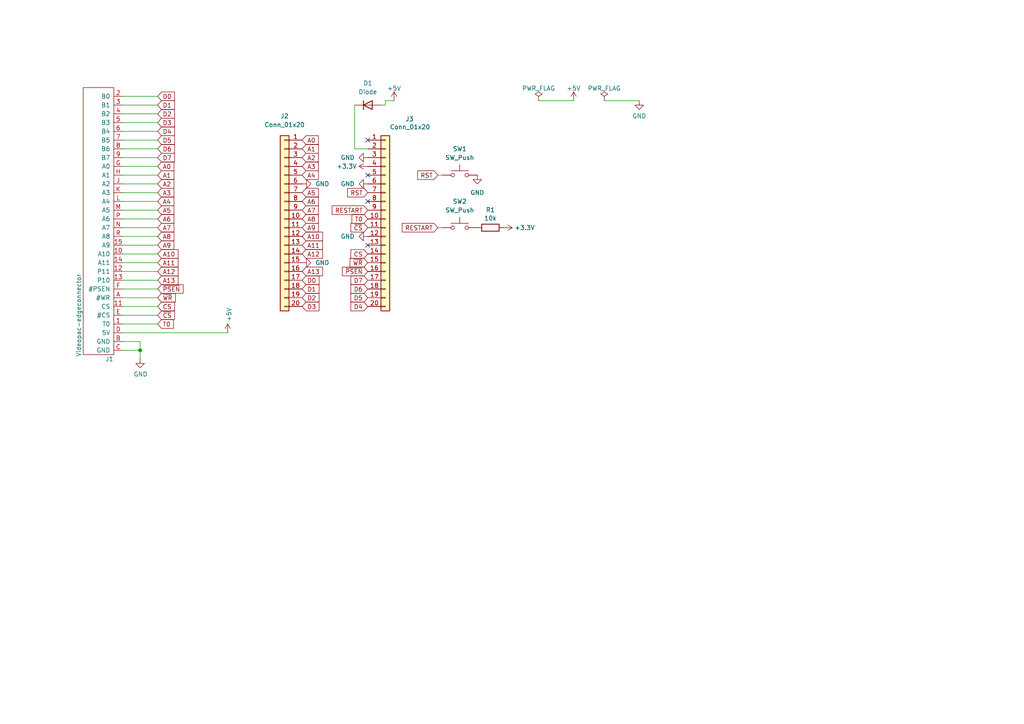
<source format=kicad_sch>
(kicad_sch (version 20231120) (generator "eeschema") (generator_version "8.0")
  (paper "A4")
  (title_block (title "Videopac USBCART") (date "2019-05-05") (rev "1.1") (comment 1 "Drawn by BWACK. Based on C64FC by Stian Søreng"))
  (lib_symbols
    (symbol "Connector_Generic:Conn_01x20" (pin_names (offset 1.016) hide)
      (property "Reference" "J" (at 0 25.4 0))
      (property "Value" "Conn_01x20" (at 0 -27.94 0))
      (symbol "Conn_01x20_1_1"
        (rectangle (start -1.27 -25.273) (end 0 -25.527) (stroke (width 0.1524)))
        (rectangle (start -1.27 -22.733) (end 0 -22.987) (stroke (width 0.1524)))
        (rectangle (start -1.27 -20.193) (end 0 -20.447) (stroke (width 0.1524)))
        (rectangle (start -1.27 -17.653) (end 0 -17.907) (stroke (width 0.1524)))
        (rectangle (start -1.27 -15.113) (end 0 -15.367) (stroke (width 0.1524)))
        (rectangle (start -1.27 -12.573) (end 0 -12.827) (stroke (width 0.1524)))
        (rectangle (start -1.27 -10.033) (end 0 -10.287) (stroke (width 0.1524)))
        (rectangle (start -1.27 -7.493) (end 0 -7.747) (stroke (width 0.1524)))
        (rectangle (start -1.27 -4.953) (end 0 -5.207) (stroke (width 0.1524)))
        (rectangle (start -1.27 -2.413) (end 0 -2.667) (stroke (width 0.1524)))
        (rectangle (start -1.27 0.127) (end 0 -0.127) (stroke (width 0.1524)))
        (rectangle (start -1.27 2.667) (end 0 2.413) (stroke (width 0.1524)))
        (rectangle (start -1.27 5.207) (end 0 4.953) (stroke (width 0.1524)))
        (rectangle (start -1.27 7.747) (end 0 7.493) (stroke (width 0.1524)))
        (rectangle (start -1.27 10.287) (end 0 10.033) (stroke (width 0.1524)))
        (rectangle (start -1.27 12.827) (end 0 12.573) (stroke (width 0.1524)))
        (rectangle (start -1.27 15.367) (end 0 15.113) (stroke (width 0.1524)))
        (rectangle (start -1.27 17.907) (end 0 17.653) (stroke (width 0.1524)))
        (rectangle (start -1.27 20.447) (end 0 20.193) (stroke (width 0.1524)))
        (rectangle (start -1.27 22.987) (end 0 22.733) (stroke (width 0.1524)))
        (rectangle (start -1.27 24.13) (end 1.27 -26.67) (stroke (width 0.254)) (fill (type background)))
        (pin passive line (at -5.08 22.86 0) (length 3.81) (name "Pin_1") (number "1"))
        (pin passive line (at -5.08 0 0) (length 3.81) (name "Pin_10") (number "10"))
        (pin passive line (at -5.08 -2.54 0) (length 3.81) (name "Pin_11") (number "11"))
        (pin passive line (at -5.08 -5.08 0) (length 3.81) (name "Pin_12") (number "12"))
        (pin passive line (at -5.08 -7.62 0) (length 3.81) (name "Pin_13") (number "13"))
        (pin passive line (at -5.08 -10.16 0) (length 3.81) (name "Pin_14") (number "14"))
        (pin passive line (at -5.08 -12.7 0) (length 3.81) (name "Pin_15") (number "15"))
        (pin passive line (at -5.08 -15.24 0) (length 3.81) (name "Pin_16") (number "16"))
        (pin passive line (at -5.08 -17.78 0) (length 3.81) (name "Pin_17") (number "17"))
        (pin passive line (at -5.08 -20.32 0) (length 3.81) (name "Pin_18") (number "18"))
        (pin passive line (at -5.08 -22.86 0) (length 3.81) (name "Pin_19") (number "19"))
        (pin passive line (at -5.08 20.32 0) (length 3.81) (name "Pin_2") (number "2"))
        (pin passive line (at -5.08 -25.4 0) (length 3.81) (name "Pin_20") (number "20"))
        (pin passive line (at -5.08 17.78 0) (length 3.81) (name "Pin_3") (number "3"))
        (pin passive line (at -5.08 15.24 0) (length 3.81) (name "Pin_4") (number "4"))
        (pin passive line (at -5.08 12.7 0) (length 3.81) (name "Pin_5") (number "5"))
        (pin passive line (at -5.08 10.16 0) (length 3.81) (name "Pin_6") (number "6"))
        (pin passive line (at -5.08 7.62 0) (length 3.81) (name "Pin_7") (number "7"))
        (pin passive line (at -5.08 5.08 0) (length 3.81) (name "Pin_8") (number "8"))
        (pin passive line (at -5.08 2.54 0) (length 3.81) (name "Pin_9") (number "9"))
      )
    )
    (symbol "Device:D" (pin_numbers hide) (pin_names (offset 1.016) hide)
      (property "Reference" "D" (at 0 2.54 0))
      (property "Value" "D" (at 0 -2.54 0))
      (symbol "D_0_1"
        (polyline (pts (xy -1.27 1.27) (xy -1.27 -1.27)) (stroke (width 0.254)))
        (polyline (pts (xy 1.27 0) (xy -1.27 0)))
        (polyline (pts (xy 1.27 1.27) (xy 1.27 -1.27) (xy -1.27 0) (xy 1.27 1.27)) (stroke (width 0.254)))
      )
      (symbol "D_1_1"
        (pin passive line (at -3.81 0 0) (length 2.54) (name "K") (number "1"))
        (pin passive line (at 3.81 0 180) (length 2.54) (name "A") (number "2"))
      )
    )
    (symbol "Device:R" (pin_numbers hide) (pin_names (offset 0))
      (property "Reference" "R" (at 2.032 0 90))
      (property "Value" "R" (at 0 0 90))
      (symbol "R_0_1"
        (rectangle (start -1.016 -2.54) (end 1.016 2.54) (stroke (width 0.254)))
      )
      (symbol "R_1_1"
        (pin passive line (at 0 3.81 270) (length 1.27) (name "~") (number "1"))
        (pin passive line (at 0 -3.81 90) (length 1.27) (name "~") (number "2"))
      )
    )
    (symbol "Switch:SW_Push" (pin_numbers hide) (pin_names (offset 1.016) hide)
      (property "Reference" "SW" (at 1.27 2.54 0))
      (property "Value" "SW_Push" (at 0 -1.524 0))
      (symbol "SW_Push_0_1"
        (circle (center -2.032 0) (radius 0.508))
        (polyline (pts (xy 0 1.27) (xy 0 3.048)))
        (polyline (pts (xy 2.54 1.27) (xy -2.54 1.27)))
        (circle (center 2.032 0) (radius 0.508))
        (pin passive line (at -5.08 0 0) (length 2.54) (name "1") (number "1"))
        (pin passive line (at 5.08 0 180) (length 2.54) (name "2") (number "2"))
      )
    )
    (symbol "power:+3.3V" (power) (pin_numbers hide) (pin_names (offset 0) hide)
      (property "Value" "+3.3V" (at 0 3.556 0))
      (symbol "+3.3V_0_1"
        (polyline (pts (xy -0.762 1.27) (xy 0 2.54)))
        (polyline (pts (xy 0 0) (xy 0 2.54)))
        (polyline (pts (xy 0 2.54) (xy 0.762 1.27)))
      )
      (symbol "+3.3V_1_1"
        (pin power_in line (at 0 0 90) (length 0) (name "~") (number "1"))
      )
    )
    (symbol "power:+5V" (power) (pin_numbers hide) (pin_names (offset 0) hide)
      (property "Value" "+5V" (at 0 3.556 0))
      (symbol "+5V_0_1"
        (polyline (pts (xy -0.762 1.27) (xy 0 2.54)))
        (polyline (pts (xy 0 0) (xy 0 2.54)))
        (polyline (pts (xy 0 2.54) (xy 0.762 1.27)))
      )
      (symbol "+5V_1_1"
        (pin power_in line (at 0 0 90) (length 0) (name "~") (number "1"))
      )
    )
    (symbol "power:GND" (power) (pin_numbers hide) (pin_names (offset 0) hide)
      (property "Value" "GND" (at 0 -3.81 0))
      (symbol "GND_0_1"
        (polyline (pts (xy 0 0) (xy 0 -1.27) (xy 1.27 -1.27) (xy 0 -2.54) (xy -1.27 -1.27) (xy 0 -1.27)))
      )
      (symbol "GND_1_1"
        (pin power_in line (at 0 0 270) (length 0) (name "~") (number "1"))
      )
    )
    (symbol "power:PWR_FLAG" (power) (pin_numbers hide) (pin_names (offset 0) hide)
      (property "Value" "PWR_FLAG" (at 0 3.81 0))
      (symbol "PWR_FLAG_0_0"
        (pin power_out line (at 0 0 90) (length 0) (name "~") (number "1"))
      )
      (symbol "PWR_FLAG_0_1"
        (polyline (pts (xy 0 0) (xy 0 1.27) (xy -1.016 1.905) (xy 0 2.54) (xy 1.016 1.905) (xy 0 1.27)))
      )
    )
    (symbol "videopac-edgeconnector:Videopac-edgeconnector" (pin_names (offset 1.016))
      (property "Reference" "J" (at 3.81 45.72 0))
      (property "Value" "Videopac-edgeconnector" (at 0 -21.59 90))
      (symbol "Videopac-edgeconnector_0_1"
        (rectangle (start 1.27 44.45) (end 10.16 -33.02))
      )
      (symbol "Videopac-edgeconnector_1_1"
        (pin input line (at 12.7 -24.13 180) (length 2.54) (name "T0") (number "1"))
        (pin input line (at 12.7 -3.81 180) (length 2.54) (name "A10") (number "10"))
        (pin input line (at 12.7 -19.05 180) (length 2.54) (name "CS") (number "11"))
        (pin input line (at 12.7 -8.89 180) (length 2.54) (name "P11") (number "12"))
        (pin input line (at 12.7 -11.43 180) (length 2.54) (name "P10") (number "13"))
        (pin input line (at 12.7 -6.35 180) (length 2.54) (name "A11") (number "14"))
        (pin input line (at 12.7 -1.27 180) (length 2.54) (name "A9") (number "15"))
        (pin input line (at 12.7 41.91 180) (length 2.54) (name "B0") (number "2"))
        (pin input line (at 12.7 39.37 180) (length 2.54) (name "B1") (number "3"))
        (pin input line (at 12.7 36.83 180) (length 2.54) (name "B2") (number "4"))
        (pin input line (at 12.7 34.29 180) (length 2.54) (name "B3") (number "5"))
        (pin input line (at 12.7 31.75 180) (length 2.54) (name "B4") (number "6"))
        (pin input line (at 12.7 29.21 180) (length 2.54) (name "B5") (number "7"))
        (pin input line (at 12.7 26.67 180) (length 2.54) (name "B6") (number "8"))
        (pin input line (at 12.7 24.13 180) (length 2.54) (name "B7") (number "9"))
        (pin input line (at 12.7 -16.51 180) (length 2.54) (name "#WR") (number "A"))
        (pin power_in line (at 12.7 -29.21 180) (length 2.54) (name "GND") (number "B"))
        (pin power_in line (at 12.7 -31.75 180) (length 2.54) (name "GND") (number "C"))
        (pin power_in line (at 12.7 -26.67 180) (length 2.54) (name "5V") (number "D"))
        (pin input line (at 12.7 -21.59 180) (length 2.54) (name "#CS") (number "E"))
        (pin input line (at 12.7 -13.97 180) (length 2.54) (name "#PSEN") (number "F"))
        (pin input line (at 12.7 21.59 180) (length 2.54) (name "A0") (number "G"))
        (pin input line (at 12.7 19.05 180) (length 2.54) (name "A1") (number "H"))
        (pin input line (at 12.7 16.51 180) (length 2.54) (name "A2") (number "J"))
        (pin input line (at 12.7 13.97 180) (length 2.54) (name "A3") (number "K"))
        (pin input line (at 12.7 11.43 180) (length 2.54) (name "A4") (number "L"))
        (pin input line (at 12.7 8.89 180) (length 2.54) (name "A5") (number "M"))
        (pin input line (at 12.7 3.81 180) (length 2.54) (name "A7") (number "N"))
        (pin input line (at 12.7 6.35 180) (length 2.54) (name "A6") (number "P"))
        (pin input line (at 12.7 1.27 180) (length 2.54) (name "A8") (number "R"))
      )
    )
  )
  (junction (at 40.64 101.6))
  (no_connect (at 106.68 71.12))
  (no_connect (at 106.68 50.8))
  (no_connect (at 106.68 58.42))
  (no_connect (at 106.68 40.64))
  (wire (pts (xy 35.56 66.04) (xy 45.72 66.04)))
  (wire (pts (xy 111.76 30.48) (xy 110.49 30.48)))
  (wire (pts (xy 156.21 29.21) (xy 166.37 29.21)))
  (wire (pts (xy 40.64 99.06) (xy 40.64 101.6)))
  (wire (pts (xy 35.56 73.66) (xy 45.72 73.66)))
  (wire (pts (xy 35.56 50.8) (xy 45.72 50.8)))
  (wire (pts (xy 175.26 29.21) (xy 185.42 29.21)))
  (wire (pts (xy 102.87 43.18) (xy 106.68 43.18)))
  (wire (pts (xy 127 50.8) (xy 128.27 50.8)))
  (wire (pts (xy 35.56 48.26) (xy 45.72 48.26)))
  (wire (pts (xy 35.56 45.72) (xy 45.72 45.72)))
  (wire (pts (xy 35.56 27.94) (xy 45.72 27.94)))
  (wire (pts (xy 35.56 43.18) (xy 45.72 43.18)))
  (wire (pts (xy 35.56 76.2) (xy 45.72 76.2)))
  (wire (pts (xy 114.3 29.21) (xy 111.76 29.21)))
  (wire (pts (xy 35.56 40.64) (xy 45.72 40.64)))
  (wire (pts (xy 35.56 53.34) (xy 45.72 53.34)))
  (wire (pts (xy 35.56 96.52) (xy 66.04 96.52)))
  (wire (pts (xy 35.56 33.02) (xy 45.72 33.02)))
  (wire (pts (xy 35.56 83.82) (xy 45.72 83.82)))
  (wire (pts (xy 35.56 78.74) (xy 45.72 78.74)))
  (wire (pts (xy 40.64 104.14) (xy 40.64 101.6)))
  (wire (pts (xy 35.56 99.06) (xy 40.64 99.06)))
  (wire (pts (xy 111.76 29.21) (xy 111.76 30.48)))
  (wire (pts (xy 35.56 30.48) (xy 45.72 30.48)))
  (wire (pts (xy 35.56 93.98) (xy 45.72 93.98)))
  (wire (pts (xy 35.56 35.56) (xy 45.72 35.56)))
  (wire (pts (xy 35.56 55.88) (xy 45.72 55.88)))
  (wire (pts (xy 127 66.04) (xy 128.27 66.04)))
  (wire (pts (xy 35.56 60.96) (xy 45.72 60.96)))
  (wire (pts (xy 35.56 58.42) (xy 45.72 58.42)))
  (wire (pts (xy 35.56 86.36) (xy 45.72 86.36)))
  (wire (pts (xy 40.64 101.6) (xy 35.56 101.6)))
  (wire (pts (xy 35.56 88.9) (xy 45.72 88.9)))
  (wire (pts (xy 35.56 63.5) (xy 45.72 63.5)))
  (wire (pts (xy 35.56 68.58) (xy 45.72 68.58)))
  (wire (pts (xy 102.87 30.48) (xy 102.87 43.18)))
  (wire (pts (xy 35.56 91.44) (xy 45.72 91.44)))
  (wire (pts (xy 35.56 81.28) (xy 45.72 81.28)))
  (wire (pts (xy 35.56 71.12) (xy 45.72 71.12)))
  (wire (pts (xy 35.56 38.1) (xy 45.72 38.1)))
  (global_label "D0" (shape input) (at 87.63 81.28 0) (property "Intersheetrefs" "${INTERSHEET_REFS}" (effects (hide yes))))
  (global_label "A5" (shape input) (at 87.63 55.88 0) (property "Intersheetrefs" "${INTERSHEET_REFS}" (effects (hide yes))))
  (global_label "A7" (shape input) (at 45.72 66.04 0) (property "Intersheetrefs" "${INTERSHEET_REFS}" (effects (hide yes))))
  (global_label "~{CS}" (shape input) (at 45.72 91.44 0) (property "Intersheetrefs" "${INTERSHEET_REFS}" (effects (hide yes))))
  (global_label "~{CS}" (shape input) (at 106.68 66.04 180) (property "Intersheetrefs" "${INTERSHEET_REFS}" (effects (hide yes))))
  (global_label "A2" (shape input) (at 45.72 53.34 0) (property "Intersheetrefs" "${INTERSHEET_REFS}" (effects (hide yes))))
  (global_label "D1" (shape input) (at 87.63 83.82 0) (property "Intersheetrefs" "${INTERSHEET_REFS}" (effects (hide yes))))
  (global_label "T0" (shape input) (at 45.72 93.98 0) (property "Intersheetrefs" "${INTERSHEET_REFS}" (effects (hide yes))))
  (global_label "A11" (shape input) (at 87.63 71.12 0) (property "Intersheetrefs" "${INTERSHEET_REFS}" (effects (hide yes))))
  (global_label "A8" (shape input) (at 45.72 68.58 0) (property "Intersheetrefs" "${INTERSHEET_REFS}" (effects (hide yes))))
  (global_label "A6" (shape input) (at 87.63 58.42 0) (property "Intersheetrefs" "${INTERSHEET_REFS}" (effects (hide yes))))
  (global_label "CS" (shape input) (at 106.68 73.66 180) (property "Intersheetrefs" "${INTERSHEET_REFS}" (effects (hide yes))))
  (global_label "D2" (shape input) (at 45.72 33.02 0) (property "Intersheetrefs" "${INTERSHEET_REFS}" (effects (hide yes))))
  (global_label "RESTART" (shape input) (at 106.68 60.96 180) (property "Intersheetrefs" "${INTERSHEET_REFS}" (effects (hide yes))))
  (global_label "~{WR}" (shape input) (at 106.68 76.2 180) (property "Intersheetrefs" "${INTERSHEET_REFS}" (effects (hide yes))))
  (global_label "D5" (shape input) (at 106.68 86.36 180) (property "Intersheetrefs" "${INTERSHEET_REFS}" (effects (hide yes))))
  (global_label "A0" (shape input) (at 87.63 40.64 0) (property "Intersheetrefs" "${INTERSHEET_REFS}" (effects (hide yes))))
  (global_label "RESTART" (shape input) (at 127 66.04 180) (property "Intersheetrefs" "${INTERSHEET_REFS}" (effects (hide yes))))
  (global_label "D4" (shape input) (at 45.72 38.1 0) (property "Intersheetrefs" "${INTERSHEET_REFS}" (effects (hide yes))))
  (global_label "A4" (shape input) (at 87.63 50.8 0) (property "Intersheetrefs" "${INTERSHEET_REFS}" (effects (hide yes))))
  (global_label "A0" (shape input) (at 45.72 48.26 0) (property "Intersheetrefs" "${INTERSHEET_REFS}" (effects (hide yes))))
  (global_label "A10" (shape input) (at 45.72 73.66 0) (property "Intersheetrefs" "${INTERSHEET_REFS}" (effects (hide yes))))
  (global_label "RST" (shape input) (at 106.68 55.88 180) (property "Intersheetrefs" "${INTERSHEET_REFS}" (effects (hide yes))))
  (global_label "A8" (shape input) (at 87.63 63.5 0) (property "Intersheetrefs" "${INTERSHEET_REFS}" (effects (hide yes))))
  (global_label "A6" (shape input) (at 45.72 63.5 0) (property "Intersheetrefs" "${INTERSHEET_REFS}" (effects (hide yes))))
  (global_label "D4" (shape input) (at 106.68 88.9 180) (property "Intersheetrefs" "${INTERSHEET_REFS}" (effects (hide yes))))
  (global_label "A2" (shape input) (at 87.63 45.72 0) (property "Intersheetrefs" "${INTERSHEET_REFS}" (effects (hide yes))))
  (global_label "A7" (shape input) (at 87.63 60.96 0) (property "Intersheetrefs" "${INTERSHEET_REFS}" (effects (hide yes))))
  (global_label "~{PSEN}" (shape input) (at 106.68 78.74 180) (property "Intersheetrefs" "${INTERSHEET_REFS}" (effects (hide yes))))
  (global_label "A10" (shape input) (at 87.63 68.58 0) (property "Intersheetrefs" "${INTERSHEET_REFS}" (effects (hide yes))))
  (global_label "A3" (shape input) (at 45.72 55.88 0) (property "Intersheetrefs" "${INTERSHEET_REFS}" (effects (hide yes))))
  (global_label "A3" (shape input) (at 87.63 48.26 0) (property "Intersheetrefs" "${INTERSHEET_REFS}" (effects (hide yes))))
  (global_label "D0" (shape input) (at 45.72 27.94 0) (property "Intersheetrefs" "${INTERSHEET_REFS}" (effects (hide yes))))
  (global_label "RST" (shape input) (at 127 50.8 180) (property "Intersheetrefs" "${INTERSHEET_REFS}" (effects (hide yes))))
  (global_label "A9" (shape input) (at 87.63 66.04 0) (property "Intersheetrefs" "${INTERSHEET_REFS}" (effects (hide yes))))
  (global_label "A12" (shape input) (at 45.72 78.74 0) (property "Intersheetrefs" "${INTERSHEET_REFS}" (effects (hide yes))))
  (global_label "A13" (shape input) (at 87.63 78.74 0) (property "Intersheetrefs" "${INTERSHEET_REFS}" (effects (hide yes))))
  (global_label "CS" (shape input) (at 45.72 88.9 0) (property "Intersheetrefs" "${INTERSHEET_REFS}" (effects (hide yes))))
  (global_label "D7" (shape input) (at 45.72 45.72 0) (property "Intersheetrefs" "${INTERSHEET_REFS}" (effects (hide yes))))
  (global_label "A12" (shape input) (at 87.63 73.66 0) (property "Intersheetrefs" "${INTERSHEET_REFS}" (effects (hide yes))))
  (global_label "~{WR}" (shape input) (at 45.72 86.36 0) (property "Intersheetrefs" "${INTERSHEET_REFS}" (effects (hide yes))))
  (global_label "D3" (shape input) (at 87.63 88.9 0) (property "Intersheetrefs" "${INTERSHEET_REFS}" (effects (hide yes))))
  (global_label "D5" (shape input) (at 45.72 40.64 0) (property "Intersheetrefs" "${INTERSHEET_REFS}" (effects (hide yes))))
  (global_label "A4" (shape input) (at 45.72 58.42 0) (property "Intersheetrefs" "${INTERSHEET_REFS}" (effects (hide yes))))
  (global_label "A5" (shape input) (at 45.72 60.96 0) (property "Intersheetrefs" "${INTERSHEET_REFS}" (effects (hide yes))))
  (global_label "D2" (shape input) (at 87.63 86.36 0) (property "Intersheetrefs" "${INTERSHEET_REFS}" (effects (hide yes))))
  (global_label "A9" (shape input) (at 45.72 71.12 0) (property "Intersheetrefs" "${INTERSHEET_REFS}" (effects (hide yes))))
  (global_label "A1" (shape input) (at 45.72 50.8 0) (property "Intersheetrefs" "${INTERSHEET_REFS}" (effects (hide yes))))
  (global_label "D7" (shape input) (at 106.68 81.28 180) (property "Intersheetrefs" "${INTERSHEET_REFS}" (effects (hide yes))))
  (global_label "D6" (shape input) (at 106.68 83.82 180) (property "Intersheetrefs" "${INTERSHEET_REFS}" (effects (hide yes))))
  (global_label "D3" (shape input) (at 45.72 35.56 0) (property "Intersheetrefs" "${INTERSHEET_REFS}" (effects (hide yes))))
  (global_label "A1" (shape input) (at 87.63 43.18 0) (property "Intersheetrefs" "${INTERSHEET_REFS}" (effects (hide yes))))
  (global_label "T0" (shape input) (at 106.68 63.5 180) (property "Intersheetrefs" "${INTERSHEET_REFS}" (effects (hide yes))))
  (global_label "A11" (shape input) (at 45.72 76.2 0) (property "Intersheetrefs" "${INTERSHEET_REFS}" (effects (hide yes))))
  (global_label "~{PSEN}" (shape input) (at 45.72 83.82 0) (property "Intersheetrefs" "${INTERSHEET_REFS}" (effects (hide yes))))
  (global_label "A13" (shape input) (at 45.72 81.28 0) (property "Intersheetrefs" "${INTERSHEET_REFS}" (effects (hide yes))))
  (global_label "D6" (shape input) (at 45.72 43.18 0) (property "Intersheetrefs" "${INTERSHEET_REFS}" (effects (hide yes))))
  (global_label "D1" (shape input) (at 45.72 30.48 0) (property "Intersheetrefs" "${INTERSHEET_REFS}" (effects (hide yes))))
  (symbol (lib_id "videopac-edgeconnector:Videopac-edgeconnector") (at 22.86 69.85 0) (unit 1)
    (property "Reference" "J1" (at 31.75 104.14 0))
    (property "Value" "Videopac-edgeconnector" (at 22.86 91.44 90))
    (property "Footprint" "videopac-usbcart-kicad5:videopac-edgecon" (effects (hide yes)))
  )
  (symbol (lib_id "power:GND") (at 40.64 104.14 0) (unit 1)
    (property "Reference" "#PWR0101" (effects (hide yes)))
    (property "Value" "GND" (at 40.767 108.5342 0))
    (property "Description" "Power symbol creates a global label with name \"GND\" , ground" (effects (hide yes)))
  )
  (symbol (lib_id "power:+5V") (at 66.04 96.52 0) (unit 1)
    (property "Reference" "#PWR0102" (effects (hide yes)))
    (property "Value" "+5V" (at 66.421 93.2688 90) (effects (justify left)))
    (property "Description" "Power symbol creates a global label with name \"+5V\"" (effects (hide yes)))
  )
  (symbol (lib_id "power:GND") (at 106.68 53.34 270) (unit 1)
    (property "Reference" "#PWR04" (effects (hide yes)))
    (property "Value" "GND" (at 102.87 53.3399 90) (effects (justify right)))
    (property "Description" "Power symbol creates a global label with name \"GND\" , ground" (effects (hide yes)))
  )
  (symbol (lib_id "power:+5V") (at 114.3 29.21 0) (unit 1)
    (property "Reference" "#PWR06" (effects (hide yes)))
    (property "Value" "+5V" (at 114.3 25.6342 0))
    (property "Description" "Power symbol creates a global label with name \"+5V\"" (effects (hide yes)))
  )
  (symbol (lib_id "power:GND") (at 138.43 50.8 0) (unit 1)
    (property "Reference" "#PWR07" (effects (hide yes)))
    (property "Value" "GND" (at 138.43 55.88 0))
    (property "Description" "Power symbol creates a global label with name \"GND\" , ground" (effects (hide yes)))
  )
  (symbol (lib_id "Device:D") (at 106.68 30.48 0) (unit 1)
    (property "Reference" "D1" (at 106.68 24.13 0))
    (property "Value" "Diode" (at 106.68 26.67 0))
    (property "Footprint" "Diode_THT:D_DO-35_SOD27_P7.62mm_Horizontal" (effects (hide yes)))
    (property "Description" "Diode" (effects (hide yes)))
    (property "Sim.Device" "D" (effects (hide yes)))
    (property "Sim.Pins" "1=K 2=A" (effects (hide yes)))
  )
  (symbol (lib_id "power:GND") (at 87.63 76.2 90) (unit 1)
    (property "Reference" "#PWR02" (effects (hide yes)))
    (property "Value" "GND" (at 91.44 76.1999 90) (effects (justify right)))
    (property "Description" "Power symbol creates a global label with name \"GND\" , ground" (effects (hide yes)))
  )
  (symbol (lib_id "Connector_Generic:Conn_01x20") (at 82.55 63.5 0) (mirror y) (unit 1)
    (property "Reference" "J2" (at 82.55 33.655 0))
    (property "Value" "Conn_01x20" (at 82.55 36.195 0))
    (property "Footprint" "Connector_PinSocket_2.54mm:PinSocket_1x20_P2.54mm_Vertical" (effects (hide yes)))
  )
  (symbol (lib_id "Switch:SW_Push") (at 133.35 50.8 0) (unit 1)
    (property "Reference" "SW1" (at 133.35 43.18 0))
    (property "Value" "SW_Push" (at 133.35 45.72 0))
    (property "Footprint" "Button_Switch_THT:SW_PUSH_6mm" (effects (hide yes)))
    (property "Description" "Push button switch, generic, two pins" (effects (hide yes)))
  )
  (symbol (lib_id "power:+3.3V") (at 106.68 48.26 90) (unit 1)
    (property "Reference" "#PWR011" (effects (hide yes)))
    (property "Value" "+3.3V" (at 103.505 48.26 90) (effects (justify left)))
    (property "Description" "Power symbol creates a global label with name \"+3.3V\"" (effects (hide yes)))
  )
  (symbol (lib_id "power:PWR_FLAG") (at 175.26 29.21 0) (unit 1)
    (property "Reference" "#FLG02" (effects (hide yes)))
    (property "Value" "PWR_FLAG" (at 175.26 25.6342 0))
    (property "Description" "Special symbol for telling ERC where power comes from" (effects (hide yes)))
  )
  (symbol (lib_id "power:+5V") (at 166.37 29.21 0) (unit 1)
    (property "Reference" "#PWR08" (effects (hide yes)))
    (property "Value" "+5V" (at 166.37 25.6342 0))
    (property "Description" "Power symbol creates a global label with name \"+5V\"" (effects (hide yes)))
  )
  (symbol (lib_id "power:GND") (at 106.68 45.72 270) (unit 1)
    (property "Reference" "#PWR03" (effects (hide yes)))
    (property "Value" "GND" (at 102.87 45.7199 90) (effects (justify right)))
    (property "Description" "Power symbol creates a global label with name \"GND\" , ground" (effects (hide yes)))
  )
  (symbol (lib_id "power:GND") (at 185.42 29.21 0) (unit 1)
    (property "Reference" "#PWR09" (effects (hide yes)))
    (property "Value" "GND" (at 185.42 33.6534 0))
    (property "Description" "Power symbol creates a global label with name \"GND\" , ground" (effects (hide yes)))
  )
  (symbol (lib_id "power:GND") (at 106.68 68.58 270) (unit 1)
    (property "Reference" "#PWR05" (effects (hide yes)))
    (property "Value" "GND" (at 102.87 68.5799 90) (effects (justify right)))
    (property "Description" "Power symbol creates a global label with name \"GND\" , ground" (effects (hide yes)))
  )
  (symbol (lib_id "Connector_Generic:Conn_01x20") (at 111.76 63.5 0) (unit 1)
    (property "Reference" "J3" (at 117.602 34.544 0) (effects (justify left)))
    (property "Value" "Conn_01x20" (at 113.03 36.83 0) (effects (justify left)))
    (property "Footprint" "Connector_PinSocket_2.54mm:PinSocket_1x20_P2.54mm_Vertical" (effects (hide yes)))
  )
  (symbol (lib_id "Switch:SW_Push") (at 133.35 66.04 0) (unit 1)
    (property "Reference" "SW2" (at 133.35 58.42 0))
    (property "Value" "SW_Push" (at 133.35 60.96 0))
    (property "Footprint" "Button_Switch_THT:SW_PUSH_6mm" (effects (hide yes)))
    (property "Description" "Push button switch, generic, two pins" (effects (hide yes)))
  )
  (symbol (lib_id "power:PWR_FLAG") (at 156.21 29.21 0) (unit 1)
    (property "Reference" "#FLG01" (effects (hide yes)))
    (property "Value" "PWR_FLAG" (at 156.21 25.6342 0))
    (property "Description" "Special symbol for telling ERC where power comes from" (effects (hide yes)))
  )
  (symbol (lib_id "Device:R") (at 142.24 66.04 90) (unit 1)
    (property "Reference" "R1" (at 142.24 60.8795 90))
    (property "Value" "10k" (at 142.24 63.3038 90))
    (property "Footprint" "Resistor_THT:R_Axial_DIN0207_L6.3mm_D2.5mm_P7.62mm_Horizontal" (effects (hide yes)))
    (property "Description" "Resistor" (effects (hide yes)))
  )
  (symbol (lib_id "power:+3.3V") (at 146.05 66.04 270) (unit 1)
    (property "Reference" "#PWR010" (effects (hide yes)))
    (property "Value" "+3.3V" (at 149.225 66.04 90) (effects (justify left)))
    (property "Description" "Power symbol creates a global label with name \"+3.3V\"" (effects (hide yes)))
  )
  (symbol (lib_id "power:GND") (at 87.63 53.34 90) (unit 1)
    (property "Reference" "#PWR01" (effects (hide yes)))
    (property "Value" "GND" (at 91.44 53.3399 90) (effects (justify right)))
    (property "Description" "Power symbol creates a global label with name \"GND\" , ground" (effects (hide yes)))
  )
)
</source>
